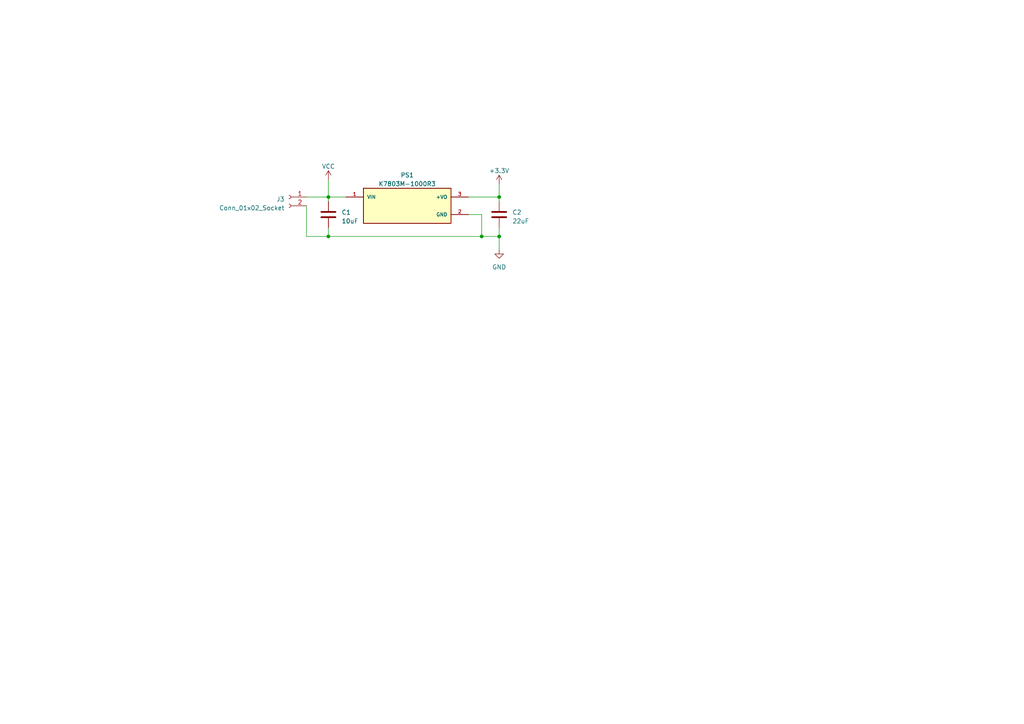
<source format=kicad_sch>
(kicad_sch (version 20230121) (generator eeschema)
  (paper "A4")
  (lib_symbols
    (symbol "Connector:Conn_01x02_Socket" (pin_names (offset 1.016) hide)
      (property "Reference" "J" (at 0 2.54 0))
      (property "Value" "Conn_01x02_Socket" (at 0 -5.08 0))
      (symbol "Conn_01x02_Socket_1_1"
        (arc (start 0 -2.032) (mid -0.5058 -2.54) (end 0 -3.048) (stroke (width 0.1524)))
        (polyline (pts (xy -1.27 -2.54) (xy -0.508 -2.54)) (stroke (width 0.1524)))
        (polyline (pts (xy -1.27 0) (xy -0.508 0)) (stroke (width 0.1524)))
        (arc (start 0 0.508) (mid -0.5058 0) (end 0 -0.508) (stroke (width 0.1524)))
        (pin passive line (at -5.08 0 0) (length 3.81) (name "Pin_1") (number "1"))
        (pin passive line (at -5.08 -2.54 0) (length 3.81) (name "Pin_2") (number "2"))
      )
    )
    (symbol "Device:C" (pin_numbers hide) (pin_names (offset 0.254))
      (property "Reference" "C" (at 0.635 2.54 0))
      (property "Value" "C" (at 0.635 -2.54 0))
      (symbol "C_0_1"
        (polyline (pts (xy -2.032 -0.762) (xy 2.032 -0.762)) (stroke (width 0.508)))
        (polyline (pts (xy -2.032 0.762) (xy 2.032 0.762)) (stroke (width 0.508)))
      )
      (symbol "C_1_1"
        (pin passive line (at 0 3.81 270) (length 2.794) (name "~") (number "1"))
        (pin passive line (at 0 -3.81 90) (length 2.794) (name "~") (number "2"))
      )
    )
    (symbol "power:+3.3V" (power) (pin_names (offset 0))
      (property "Value" "+3.3V" (at 0 3.556 0))
      (symbol "+3.3V_0_1"
        (polyline (pts (xy -0.762 1.27) (xy 0 2.54)))
        (polyline (pts (xy 0 0) (xy 0 2.54)))
        (polyline (pts (xy 0 2.54) (xy 0.762 1.27)))
      )
      (symbol "+3.3V_1_1"
        (pin power_in line (at 0 0 90) (length 0) hide (name "+3.3V") (number "1"))
      )
    )
    (symbol "power:GND" (power) (pin_names (offset 0))
      (property "Value" "GND" (at 0 -3.81 0))
      (symbol "GND_0_1"
        (polyline (pts (xy 0 0) (xy 0 -1.27) (xy 1.27 -1.27) (xy 0 -2.54) (xy -1.27 -1.27) (xy 0 -1.27)))
      )
      (symbol "GND_1_1"
        (pin power_in line (at 0 0 270) (length 0) hide (name "GND") (number "1"))
      )
    )
    (symbol "power:VCC" (power) (pin_names (offset 0))
      (property "Value" "VCC" (at 0 3.81 0))
      (symbol "VCC_0_1"
        (polyline (pts (xy -0.762 1.27) (xy 0 2.54)))
        (polyline (pts (xy 0 0) (xy 0 2.54)))
        (polyline (pts (xy 0 2.54) (xy 0.762 1.27)))
      )
      (symbol "VCC_1_1"
        (pin power_in line (at 0 0 90) (length 0) hide (name "VCC") (number "1"))
      )
    )
    (symbol "uFinder:K7803M-1000R3" (pin_names (offset 1.016))
      (property "Reference" "PS" (at -12.7 6.35 0))
      (property "Value" "K7803M-1000R3" (at -12.7 -7.62 0))
      (symbol "K7803M-1000R3_0_0"
        (rectangle (start -12.7 -5.08) (end 12.7 5.08) (stroke (width 0.254)) (fill (type background)))
        (pin input line (at -17.78 2.54 0) (length 5.08) (name "VIN") (number "1"))
        (pin power_in line (at 17.78 -2.54 180) (length 5.08) (name "GND") (number "2"))
        (pin output line (at 17.78 2.54 180) (length 5.08) (name "+VO") (number "3"))
      )
    )
  )
  (junction (at 95.25 68.58))
  (junction (at 144.78 68.58))
  (junction (at 144.78 57.15))
  (junction (at 139.7 68.58))
  (junction (at 95.25 57.15))
  (wire (pts (xy 95.25 68.58) (xy 95.25 66.04)))
  (wire (pts (xy 95.25 57.15) (xy 100.33 57.15)))
  (wire (pts (xy 95.25 57.15) (xy 95.25 58.42)))
  (wire (pts (xy 135.89 62.23) (xy 139.7 62.23)))
  (wire (pts (xy 139.7 68.58) (xy 144.78 68.58)))
  (wire (pts (xy 88.9 57.15) (xy 95.25 57.15)))
  (wire (pts (xy 95.25 52.07) (xy 95.25 57.15)))
  (wire (pts (xy 88.9 68.58) (xy 95.25 68.58)))
  (wire (pts (xy 144.78 72.39) (xy 144.78 68.58)))
  (wire (pts (xy 139.7 62.23) (xy 139.7 68.58)))
  (wire (pts (xy 88.9 59.69) (xy 88.9 68.58)))
  (wire (pts (xy 135.89 57.15) (xy 144.78 57.15)))
  (wire (pts (xy 144.78 53.34) (xy 144.78 57.15)))
  (wire (pts (xy 95.25 68.58) (xy 139.7 68.58)))
  (wire (pts (xy 144.78 66.04) (xy 144.78 68.58)))
  (wire (pts (xy 144.78 57.15) (xy 144.78 58.42)))
  (symbol (lib_id "Device:C") (at 95.25 62.23 0) (unit 1)
    (property "Reference" "C1" (at 99.06 61.595 0) (effects (justify left)))
    (property "Value" "10uF" (at 99.06 64.135 0) (effects (justify left)))
    (property "Footprint" "Capacitor_SMD:C_0805_2012Metric" (effects hide))
  )
  (symbol (lib_id "Device:C") (at 144.78 62.23 0) (unit 1)
    (property "Reference" "C2" (at 148.59 61.595 0) (effects (justify left)))
    (property "Value" "22uF" (at 148.59 64.135 0) (effects (justify left)))
    (property "Footprint" "Capacitor_SMD:C_0805_2012Metric" (effects hide))
  )
  (symbol (lib_id "power:GND") (at 144.78 72.39 0) (unit 1)
    (property "Reference" "#PWR01" (effects hide))
    (property "Value" "GND" (at 144.78 77.47 0))
    (instances (project "receive mcu prototype r1" (path "" (reference "#PWR01") (unit 1)) (path "" (reference "#PWR02") (unit 1))))
  )
  (symbol (lib_id "Connector:Conn_01x02_Socket") (at 83.82 57.15 0) (mirror y) (unit 1)
    (property "Reference" "J3" (at 82.55 57.785 0) (effects (justify left)))
    (property "Value" "Conn_01x02_Socket" (at 82.55 60.325 0) (effects (justify left)))
    (property "Footprint" "Connector_JST:JST_XH_B2B-XH-A_1x02_P2.50mm_Vertical" (effects hide))
  )
  (symbol (lib_id "power:VCC") (at 95.25 52.07 0) (unit 1)
    (property "Reference" "#PWR03" (effects hide))
    (property "Value" "VCC" (at 95.25 48.26 0))
    (instances (project "receive mcu prototype r1" (path "" (reference "#PWR03") (unit 1)) (path "" (reference "#PWR06") (unit 1))))
  )
  (symbol (lib_id "power:+3.3V") (at 144.78 53.34 0) (unit 1)
    (property "Reference" "#PWR02" (effects hide))
    (property "Value" "+3.3V" (at 144.78 49.53 0))
    (instances (project "receive mcu prototype r1" (path "" (reference "#PWR02") (unit 1)) (path "" (reference "#PWR01") (unit 1))))
  )
  (symbol (lib_id "uFinder:K7803M-1000R3") (at 118.11 59.69 0) (unit 1)
    (property "Reference" "PS1" (at 118.11 50.8 0))
    (property "Value" "K7803M-1000R3" (at 118.11 53.34 0))
    (property "Footprint" "uFinder:CONV_K7803M-1000R3" (effects hide))
    (property "MAXIMUM_PACKAGE_HEIGHT" "10.9 mm" (effects hide))
    (property "PARTREV" "2020.01.08-A/5" (effects hide))
    (property "STANDARD" "Manufacturer Recommendations" (effects hide))
    (property "MANUFACTURER" "Mornsun" (effects hide))
  )
)
</source>
